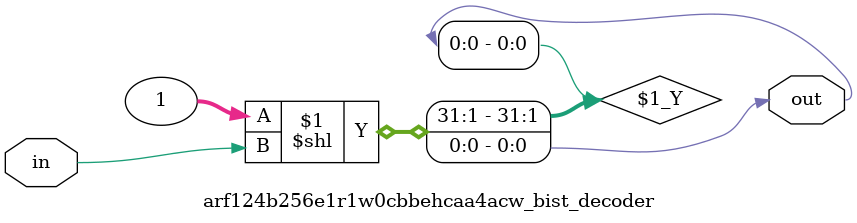
<source format=sv>

`ifndef ARF124B256E1R1W0CBBEHCAA4ACW_BIST_DECODER_SV
`define ARF124B256E1R1W0CBBEHCAA4ACW_BIST_DECODER_SV

module arf124b256e1r1w0cbbehcaa4acw_bist_decoder # (
  parameter IN_WIDTH  = 1,
  parameter OUT_WIDTH = 1
)
(
  input  logic [IN_WIDTH-1:0]  in,
  output logic [OUT_WIDTH-1:0] out
);
  
  assign out = 'b1 << in;

endmodule // arf124b256e1r1w0cbbehcaa4acw_bist_decoder

`endif // ARF124B256E1R1W0CBBEHCAA4ACW_BIST_DECODER_SV
</source>
